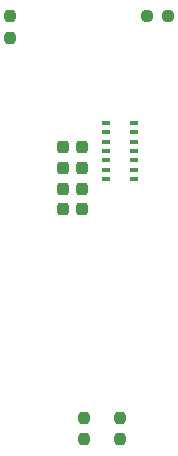
<source format=gbr>
%TF.GenerationSoftware,KiCad,Pcbnew,9.0.0*%
%TF.CreationDate,2025-12-27T14:24:40-08:00*%
%TF.ProjectId,esp_module_rev1,6573705f-6d6f-4647-956c-655f72657631,rev?*%
%TF.SameCoordinates,Original*%
%TF.FileFunction,Paste,Bot*%
%TF.FilePolarity,Positive*%
%FSLAX46Y46*%
G04 Gerber Fmt 4.6, Leading zero omitted, Abs format (unit mm)*
G04 Created by KiCad (PCBNEW 9.0.0) date 2025-12-27 14:24:40*
%MOMM*%
%LPD*%
G01*
G04 APERTURE LIST*
G04 Aperture macros list*
%AMRoundRect*
0 Rectangle with rounded corners*
0 $1 Rounding radius*
0 $2 $3 $4 $5 $6 $7 $8 $9 X,Y pos of 4 corners*
0 Add a 4 corners polygon primitive as box body*
4,1,4,$2,$3,$4,$5,$6,$7,$8,$9,$2,$3,0*
0 Add four circle primitives for the rounded corners*
1,1,$1+$1,$2,$3*
1,1,$1+$1,$4,$5*
1,1,$1+$1,$6,$7*
1,1,$1+$1,$8,$9*
0 Add four rect primitives between the rounded corners*
20,1,$1+$1,$2,$3,$4,$5,0*
20,1,$1+$1,$4,$5,$6,$7,0*
20,1,$1+$1,$6,$7,$8,$9,0*
20,1,$1+$1,$8,$9,$2,$3,0*%
G04 Aperture macros list end*
%ADD10RoundRect,0.237500X-0.237500X0.300000X-0.237500X-0.300000X0.237500X-0.300000X0.237500X0.300000X0*%
%ADD11RoundRect,0.237500X0.237500X-0.300000X0.237500X0.300000X-0.237500X0.300000X-0.237500X-0.300000X0*%
%ADD12RoundRect,0.087500X0.287500X0.087500X-0.287500X0.087500X-0.287500X-0.087500X0.287500X-0.087500X0*%
%ADD13RoundRect,0.237500X-0.237500X0.250000X-0.237500X-0.250000X0.237500X-0.250000X0.237500X0.250000X0*%
%ADD14RoundRect,0.237500X-0.250000X-0.237500X0.250000X-0.237500X0.250000X0.237500X-0.250000X0.237500X0*%
G04 APERTURE END LIST*
D10*
%TO.C,C19*%
X146300000Y-99175000D03*
X146300000Y-100900000D03*
%TD*%
%TO.C,C18*%
X144700000Y-99175000D03*
X144700000Y-100900000D03*
%TD*%
D11*
%TO.C,C17*%
X144700000Y-97400000D03*
X144700000Y-95675000D03*
%TD*%
D12*
%TO.C,U9*%
X150700000Y-93600000D03*
X150700000Y-94400000D03*
X150700000Y-95200000D03*
X150700000Y-96000000D03*
X150700000Y-96800000D03*
X150700000Y-97600000D03*
X150700000Y-98400000D03*
X148300000Y-98400000D03*
X148300000Y-97600000D03*
X148300000Y-96800000D03*
X148300000Y-96000000D03*
X148300000Y-95200000D03*
X148300000Y-94400000D03*
X148300000Y-93600000D03*
%TD*%
D11*
%TO.C,C16*%
X146300000Y-97400000D03*
X146300000Y-95675000D03*
%TD*%
D13*
%TO.C,R14*%
X140200000Y-84587500D03*
X140200000Y-86412500D03*
%TD*%
%TO.C,R5*%
X146500000Y-118587500D03*
X146500000Y-120412500D03*
%TD*%
D14*
%TO.C,R23*%
X151787500Y-84600000D03*
X153612500Y-84600000D03*
%TD*%
D13*
%TO.C,R4*%
X149500000Y-118587500D03*
X149500000Y-120412500D03*
%TD*%
M02*

</source>
